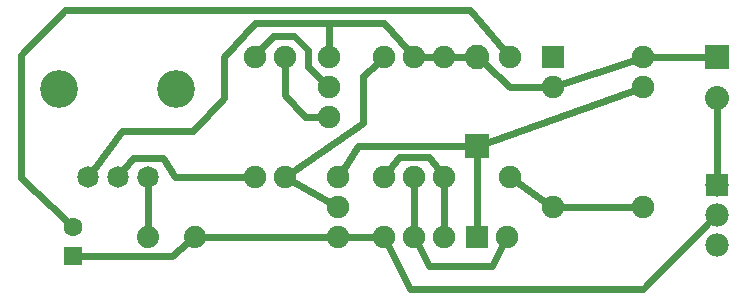
<source format=gtl>
G04 MADE WITH FRITZING*
G04 WWW.FRITZING.ORG*
G04 DOUBLE SIDED*
G04 HOLES PLATED*
G04 CONTOUR ON CENTER OF CONTOUR VECTOR*
%ASAXBY*%
%FSLAX23Y23*%
%MOIN*%
%OFA0B0*%
%SFA1.0B1.0*%
%ADD10C,0.075000*%
%ADD11C,0.074000*%
%ADD12C,0.082000*%
%ADD13C,0.080000*%
%ADD14C,0.071889*%
%ADD15C,0.071917*%
%ADD16C,0.124033*%
%ADD17C,0.078000*%
%ADD18C,0.062992*%
%ADD19C,0.125984*%
%ADD20R,0.075000X0.075000*%
%ADD21R,0.082000X0.082000*%
%ADD22R,0.080000X0.080000*%
%ADD23R,0.078000X0.078000*%
%ADD24R,0.062992X0.062992*%
%ADD25C,0.024000*%
%LNCOPPER1*%
G90*
G70*
G54D10*
X1818Y488D03*
X1818Y888D03*
X1960Y887D03*
X1960Y787D03*
X1960Y387D03*
X2260Y387D03*
X2260Y787D03*
X2260Y887D03*
X1597Y488D03*
X1597Y888D03*
G54D11*
X610Y287D03*
X768Y287D03*
X610Y287D03*
X768Y287D03*
G54D10*
X1498Y488D03*
X1498Y888D03*
X1398Y488D03*
X1398Y888D03*
X1067Y888D03*
X1067Y488D03*
X967Y488D03*
X967Y888D03*
G54D12*
X1708Y590D03*
X1708Y888D03*
G54D13*
X2508Y887D03*
X2508Y749D03*
G54D10*
X1214Y688D03*
X1214Y788D03*
X1214Y888D03*
X1246Y488D03*
X1246Y388D03*
X1246Y288D03*
X1598Y288D03*
X1498Y288D03*
X1398Y288D03*
X1708Y288D03*
X1808Y288D03*
G54D14*
X410Y487D03*
X510Y487D03*
G54D15*
X610Y487D03*
G54D16*
X316Y782D03*
X705Y782D03*
G54D17*
X2507Y461D03*
X2507Y361D03*
X2507Y261D03*
G54D18*
X362Y224D03*
X362Y322D03*
G54D19*
X315Y781D03*
X703Y782D03*
G54D20*
X1960Y887D03*
G54D21*
X1708Y589D03*
G54D22*
X2508Y887D03*
G54D20*
X1708Y288D03*
G54D23*
X2507Y461D03*
G54D24*
X362Y224D03*
G54D25*
X1936Y404D02*
X1841Y471D01*
D02*
X1988Y387D02*
X2231Y387D01*
D02*
X336Y1043D02*
X1686Y1043D01*
D02*
X189Y483D02*
X189Y894D01*
D02*
X189Y894D02*
X336Y1043D01*
D02*
X1686Y1043D02*
X1799Y910D01*
D02*
X342Y340D02*
X189Y483D01*
D02*
X1448Y553D02*
X1548Y553D01*
D02*
X1548Y553D02*
X1580Y511D01*
D02*
X1415Y510D02*
X1448Y553D01*
D02*
X1597Y460D02*
X1598Y317D01*
D02*
X1498Y317D02*
X1498Y460D01*
D02*
X1758Y190D02*
X1795Y263D01*
D02*
X1548Y190D02*
X1758Y190D01*
D02*
X1511Y263D02*
X1548Y190D01*
D02*
X1327Y823D02*
X1377Y868D01*
D02*
X1327Y668D02*
X1327Y823D01*
D02*
X1091Y505D02*
X1327Y668D01*
D02*
X1092Y474D02*
X1221Y402D01*
D02*
X702Y488D02*
X939Y488D01*
D02*
X661Y552D02*
X702Y488D01*
D02*
X560Y552D02*
X661Y552D01*
D02*
X530Y513D02*
X560Y552D01*
D02*
X1067Y760D02*
X1067Y860D01*
D02*
X1186Y688D02*
X1133Y688D01*
D02*
X1133Y688D02*
X1067Y760D01*
D02*
X1097Y956D02*
X1029Y956D01*
D02*
X1143Y912D02*
X1097Y956D01*
D02*
X1029Y956D02*
X986Y909D01*
D02*
X1143Y855D02*
X1143Y912D01*
D02*
X1193Y807D02*
X1143Y855D01*
D02*
X1987Y796D02*
X2233Y878D01*
D02*
X1819Y787D02*
X1732Y867D01*
D02*
X1931Y787D02*
X1819Y787D01*
D02*
X1676Y888D02*
X1626Y888D01*
D02*
X1526Y888D02*
X1569Y888D01*
D02*
X1214Y1000D02*
X1214Y916D01*
D02*
X1479Y910D02*
X1398Y1000D01*
D02*
X1398Y1000D02*
X1214Y1000D01*
D02*
X864Y751D02*
X761Y642D01*
D02*
X967Y1000D02*
X864Y887D01*
D02*
X864Y887D02*
X864Y751D01*
D02*
X1214Y916D02*
X1214Y1000D01*
D02*
X525Y642D02*
X430Y513D01*
D02*
X761Y642D02*
X525Y642D01*
D02*
X1214Y1000D02*
X967Y1000D01*
D02*
X2477Y887D02*
X2288Y887D01*
D02*
X2507Y491D02*
X2508Y718D01*
D02*
X1312Y590D02*
X1261Y512D01*
D02*
X1676Y590D02*
X1312Y590D01*
D02*
X1708Y558D02*
X1708Y317D01*
D02*
X1486Y113D02*
X1411Y262D01*
D02*
X2262Y113D02*
X1486Y113D01*
D02*
X2485Y339D02*
X2262Y113D01*
D02*
X1369Y288D02*
X1274Y288D01*
D02*
X1217Y288D02*
X796Y287D01*
D02*
X690Y224D02*
X745Y269D01*
D02*
X389Y224D02*
X690Y224D01*
D02*
X610Y454D02*
X610Y316D01*
D02*
X1738Y601D02*
X2233Y777D01*
G04 End of Copper1*
M02*
</source>
